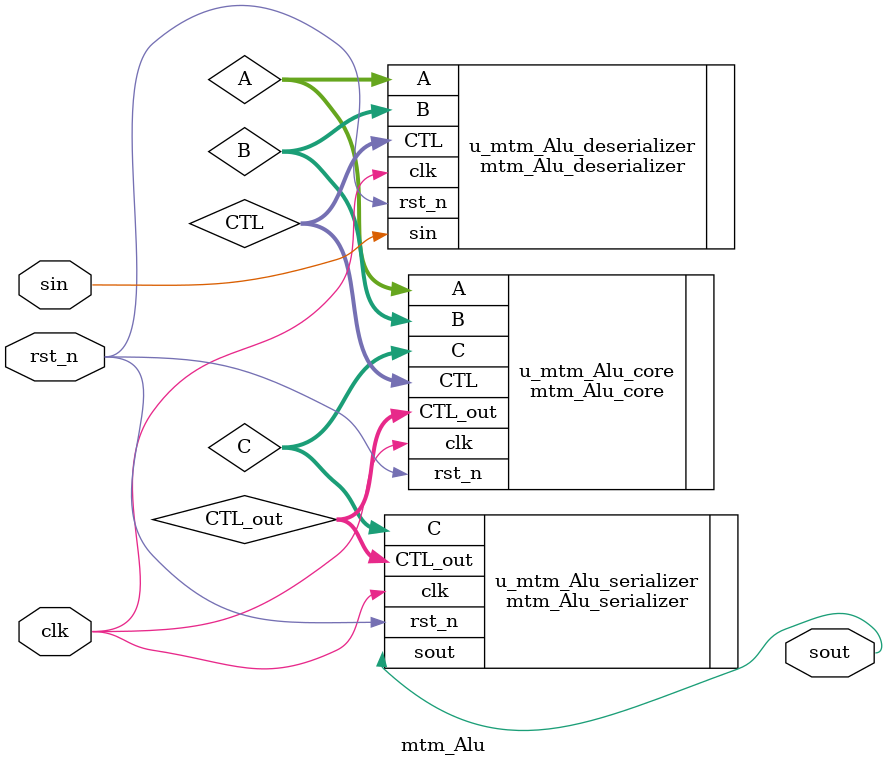
<source format=v>
/******************************************************************************
 * (C) Copyright 2019 AGH UST All Rights Reserved
 *
 * MODULE:    mtm_Alu
 * PROJECT:   PPCU_VLSI
 * AUTHORS:
 * DATE:
 * ------------------------------------------------------------------------------
 * The ALU should operate as described in the mtmAlu_test_top module.
 * It should consist of three modules connected together:
 *   mtm_Alu_deserializer
 *   mtm_Alu_core
 *   mtm_Alu_serializer
 * The ALU should use posedge active clock and synchronous reset active LOW.
 *
 *******************************************************************************/

module mtm_Alu (
    input  wire clk,   // posedge active clock
    input  wire rst_n, // synchronous reset active low
    input  wire sin,   // serial data input
    output wire sout   // serial data output
);

wire [31:0] A;
wire [31:0] B;
wire [31:0] C;
wire [7:0] CTL;
wire [7:0] CTL_out;


mtm_Alu_deserializer u_mtm_Alu_deserializer(
  .clk    (clk),
  .rst_n  (rst_n),
  .sin (sin),
  .A (A),
  .B  (B),
  .CTL(CTL)
);

mtm_Alu_core u_mtm_Alu_core(
  .clk    (clk),
  .rst_n  (rst_n),
  .A (A),
  .B  (B),
  .CTL(CTL),
  .C(C),
  .CTL_out(CTL_out)
);

mtm_Alu_serializer u_mtm_Alu_serializer(
  .clk(clk),
  .rst_n(rst_n),
  .C(C),
  .CTL_out(CTL_out),
  .sout(sout)
);


endmodule

</source>
